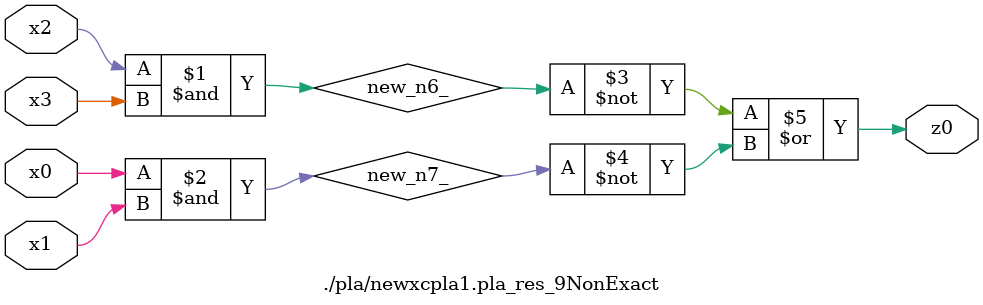
<source format=v>

module \./pla/newxcpla1.pla_res_9NonExact  ( 
    x0, x1, x2, x3,
    z0  );
  input  x0, x1, x2, x3;
  output z0;
  wire new_n6_, new_n7_;
  assign new_n6_ = x2 & x3;
  assign new_n7_ = x0 & x1;
  assign z0 = ~new_n6_ | ~new_n7_;
endmodule



</source>
